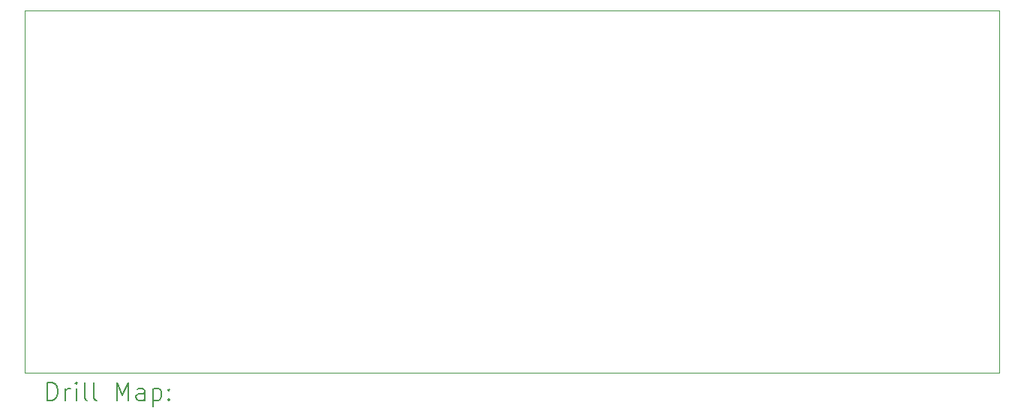
<source format=gbr>
%TF.GenerationSoftware,KiCad,Pcbnew,8.0.7*%
%TF.CreationDate,2025-01-25T21:28:28+10:00*%
%TF.ProjectId,MFOS_Power_Supply_PCB,4d464f53-5f50-46f7-9765-725f53757070,rev?*%
%TF.SameCoordinates,Original*%
%TF.FileFunction,Drillmap*%
%TF.FilePolarity,Positive*%
%FSLAX45Y45*%
G04 Gerber Fmt 4.5, Leading zero omitted, Abs format (unit mm)*
G04 Created by KiCad (PCBNEW 8.0.7) date 2025-01-25 21:28:28*
%MOMM*%
%LPD*%
G01*
G04 APERTURE LIST*
%ADD10C,0.050000*%
%ADD11C,0.200000*%
G04 APERTURE END LIST*
D10*
X8900000Y-7200000D02*
X19900000Y-7200000D01*
X19900000Y-11288000D01*
X8900000Y-11288000D01*
X8900000Y-7200000D01*
D11*
X9158277Y-11601984D02*
X9158277Y-11401984D01*
X9158277Y-11401984D02*
X9205896Y-11401984D01*
X9205896Y-11401984D02*
X9234467Y-11411508D01*
X9234467Y-11411508D02*
X9253515Y-11430555D01*
X9253515Y-11430555D02*
X9263039Y-11449603D01*
X9263039Y-11449603D02*
X9272563Y-11487698D01*
X9272563Y-11487698D02*
X9272563Y-11516269D01*
X9272563Y-11516269D02*
X9263039Y-11554365D01*
X9263039Y-11554365D02*
X9253515Y-11573412D01*
X9253515Y-11573412D02*
X9234467Y-11592460D01*
X9234467Y-11592460D02*
X9205896Y-11601984D01*
X9205896Y-11601984D02*
X9158277Y-11601984D01*
X9358277Y-11601984D02*
X9358277Y-11468650D01*
X9358277Y-11506746D02*
X9367801Y-11487698D01*
X9367801Y-11487698D02*
X9377324Y-11478174D01*
X9377324Y-11478174D02*
X9396372Y-11468650D01*
X9396372Y-11468650D02*
X9415420Y-11468650D01*
X9482086Y-11601984D02*
X9482086Y-11468650D01*
X9482086Y-11401984D02*
X9472563Y-11411508D01*
X9472563Y-11411508D02*
X9482086Y-11421031D01*
X9482086Y-11421031D02*
X9491610Y-11411508D01*
X9491610Y-11411508D02*
X9482086Y-11401984D01*
X9482086Y-11401984D02*
X9482086Y-11421031D01*
X9605896Y-11601984D02*
X9586848Y-11592460D01*
X9586848Y-11592460D02*
X9577324Y-11573412D01*
X9577324Y-11573412D02*
X9577324Y-11401984D01*
X9710658Y-11601984D02*
X9691610Y-11592460D01*
X9691610Y-11592460D02*
X9682086Y-11573412D01*
X9682086Y-11573412D02*
X9682086Y-11401984D01*
X9939229Y-11601984D02*
X9939229Y-11401984D01*
X9939229Y-11401984D02*
X10005896Y-11544841D01*
X10005896Y-11544841D02*
X10072563Y-11401984D01*
X10072563Y-11401984D02*
X10072563Y-11601984D01*
X10253515Y-11601984D02*
X10253515Y-11497222D01*
X10253515Y-11497222D02*
X10243991Y-11478174D01*
X10243991Y-11478174D02*
X10224944Y-11468650D01*
X10224944Y-11468650D02*
X10186848Y-11468650D01*
X10186848Y-11468650D02*
X10167801Y-11478174D01*
X10253515Y-11592460D02*
X10234467Y-11601984D01*
X10234467Y-11601984D02*
X10186848Y-11601984D01*
X10186848Y-11601984D02*
X10167801Y-11592460D01*
X10167801Y-11592460D02*
X10158277Y-11573412D01*
X10158277Y-11573412D02*
X10158277Y-11554365D01*
X10158277Y-11554365D02*
X10167801Y-11535317D01*
X10167801Y-11535317D02*
X10186848Y-11525793D01*
X10186848Y-11525793D02*
X10234467Y-11525793D01*
X10234467Y-11525793D02*
X10253515Y-11516269D01*
X10348753Y-11468650D02*
X10348753Y-11668650D01*
X10348753Y-11478174D02*
X10367801Y-11468650D01*
X10367801Y-11468650D02*
X10405896Y-11468650D01*
X10405896Y-11468650D02*
X10424944Y-11478174D01*
X10424944Y-11478174D02*
X10434467Y-11487698D01*
X10434467Y-11487698D02*
X10443991Y-11506746D01*
X10443991Y-11506746D02*
X10443991Y-11563888D01*
X10443991Y-11563888D02*
X10434467Y-11582936D01*
X10434467Y-11582936D02*
X10424944Y-11592460D01*
X10424944Y-11592460D02*
X10405896Y-11601984D01*
X10405896Y-11601984D02*
X10367801Y-11601984D01*
X10367801Y-11601984D02*
X10348753Y-11592460D01*
X10529705Y-11582936D02*
X10539229Y-11592460D01*
X10539229Y-11592460D02*
X10529705Y-11601984D01*
X10529705Y-11601984D02*
X10520182Y-11592460D01*
X10520182Y-11592460D02*
X10529705Y-11582936D01*
X10529705Y-11582936D02*
X10529705Y-11601984D01*
X10529705Y-11478174D02*
X10539229Y-11487698D01*
X10539229Y-11487698D02*
X10529705Y-11497222D01*
X10529705Y-11497222D02*
X10520182Y-11487698D01*
X10520182Y-11487698D02*
X10529705Y-11478174D01*
X10529705Y-11478174D02*
X10529705Y-11497222D01*
M02*

</source>
